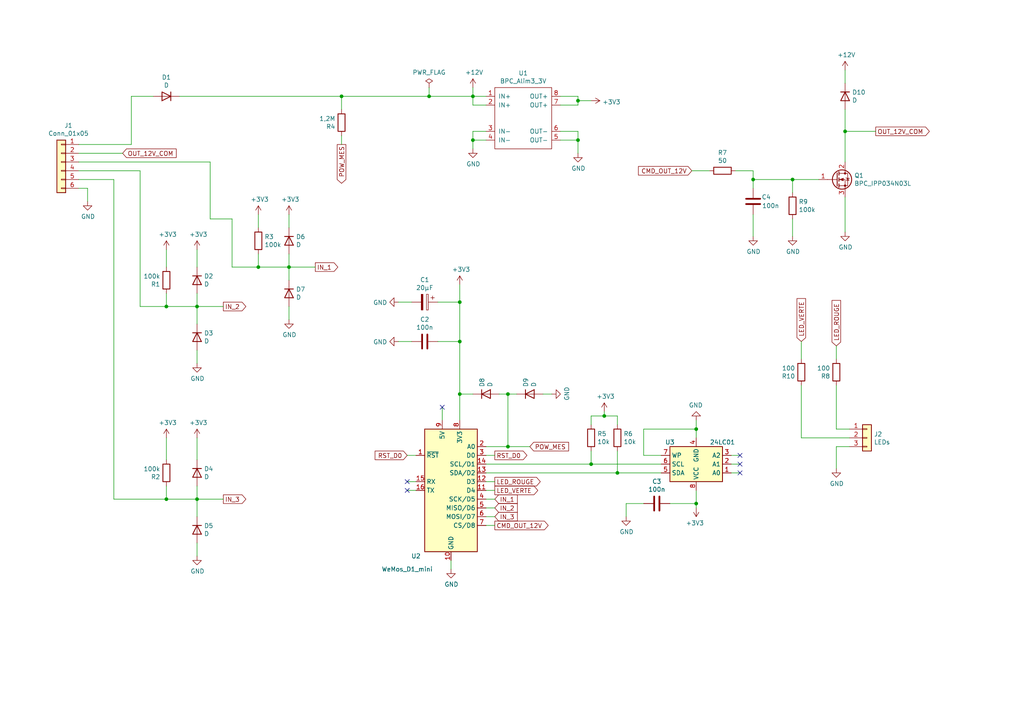
<source format=kicad_sch>
(kicad_sch (version 20230121) (generator eeschema)
  (paper "A4")
  (title_block (title "Carte Wifi I/O") (date "2024-05-01") (rev "Rev C0") (company "BPC") (comment 2 "(Alim interne arduino en 3.3V)") (comment 3 "Alim 12V (mesurée) - EEPROM - 2 LEDs") (comment 4 "1 sortie 12V collecteur ouvert - 3 entrées TOR"))
  (lib_symbols
    (symbol "Connector_Generic:Conn_01x03" (pin_names (offset 1.016) hide)
      (property "Reference" "J" (at 0 5.08 0))
      (property "Value" "Conn_01x03" (at 0 -5.08 0))
      (symbol "Conn_01x03_1_1"
        (rectangle (start -1.27 -2.413) (end 0 -2.667) (stroke (width 0.1524)))
        (rectangle (start -1.27 0.127) (end 0 -0.127) (stroke (width 0.1524)))
        (rectangle (start -1.27 2.667) (end 0 2.413) (stroke (width 0.1524)))
        (rectangle (start -1.27 3.81) (end 1.27 -3.81) (stroke (width 0.254)) (fill (type background)))
        (pin passive line (at -5.08 2.54 0) (length 3.81) (name "Pin_1") (number "1"))
        (pin passive line (at -5.08 0 0) (length 3.81) (name "Pin_2") (number "2"))
        (pin passive line (at -5.08 -2.54 0) (length 3.81) (name "Pin_3") (number "3"))
      )
    )
    (symbol "Connector_Generic:Conn_01x06" (pin_names (offset 1.016) hide)
      (property "Reference" "J" (at 0 7.62 0))
      (property "Value" "Conn_01x06" (at 0 -10.16 0))
      (symbol "Conn_01x06_1_1"
        (rectangle (start -1.27 -7.493) (end 0 -7.747) (stroke (width 0.1524)))
        (rectangle (start -1.27 -4.953) (end 0 -5.207) (stroke (width 0.1524)))
        (rectangle (start -1.27 -2.413) (end 0 -2.667) (stroke (width 0.1524)))
        (rectangle (start -1.27 0.127) (end 0 -0.127) (stroke (width 0.1524)))
        (rectangle (start -1.27 2.667) (end 0 2.413) (stroke (width 0.1524)))
        (rectangle (start -1.27 5.207) (end 0 4.953) (stroke (width 0.1524)))
        (rectangle (start -1.27 6.35) (end 1.27 -8.89) (stroke (width 0.254)) (fill (type background)))
        (pin passive line (at -5.08 5.08 0) (length 3.81) (name "Pin_1") (number "1"))
        (pin passive line (at -5.08 2.54 0) (length 3.81) (name "Pin_2") (number "2"))
        (pin passive line (at -5.08 0 0) (length 3.81) (name "Pin_3") (number "3"))
        (pin passive line (at -5.08 -2.54 0) (length 3.81) (name "Pin_4") (number "4"))
        (pin passive line (at -5.08 -5.08 0) (length 3.81) (name "Pin_5") (number "5"))
        (pin passive line (at -5.08 -7.62 0) (length 3.81) (name "Pin_6") (number "6"))
      )
    )
    (symbol "Device:C" (pin_numbers hide) (pin_names (offset 0.254))
      (property "Reference" "C" (at 0.635 2.54 0))
      (property "Value" "C" (at 0.635 -2.54 0))
      (symbol "C_0_1"
        (polyline (pts (xy -2.032 -0.762) (xy 2.032 -0.762)) (stroke (width 0.508)))
        (polyline (pts (xy -2.032 0.762) (xy 2.032 0.762)) (stroke (width 0.508)))
      )
      (symbol "C_1_1"
        (pin passive line (at 0 3.81 270) (length 2.794) (name "~") (number "1"))
        (pin passive line (at 0 -3.81 90) (length 2.794) (name "~") (number "2"))
      )
    )
    (symbol "Device:D" (pin_numbers hide) (pin_names (offset 1.016) hide)
      (property "Reference" "D" (at 0 2.54 0))
      (property "Value" "D" (at 0 -2.54 0))
      (symbol "D_0_1"
        (polyline (pts (xy -1.27 1.27) (xy -1.27 -1.27)) (stroke (width 0.254)))
        (polyline (pts (xy 1.27 0) (xy -1.27 0)))
        (polyline (pts (xy 1.27 1.27) (xy 1.27 -1.27) (xy -1.27 0) (xy 1.27 1.27)) (stroke (width 0.254)))
      )
      (symbol "D_1_1"
        (pin passive line (at -3.81 0 0) (length 2.54) (name "K") (number "1"))
        (pin passive line (at 3.81 0 180) (length 2.54) (name "A") (number "2"))
      )
    )
    (symbol "Device:R" (pin_numbers hide) (pin_names (offset 0))
      (property "Reference" "R" (at 2.032 0 90))
      (property "Value" "R" (at 0 0 90))
      (symbol "R_0_1"
        (rectangle (start -1.016 -2.54) (end 1.016 2.54) (stroke (width 0.254)))
      )
      (symbol "R_1_1"
        (pin passive line (at 0 3.81 270) (length 1.27) (name "~") (number "1"))
        (pin passive line (at 0 -3.81 90) (length 1.27) (name "~") (number "2"))
      )
    )
    (symbol "MCU_Module:WeMos_D1_mini"
      (property "Reference" "U" (at 3.81 19.05 0))
      (property "Value" "WeMos_D1_mini" (at 1.27 -19.05 0))
      (symbol "WeMos_D1_mini_1_1"
        (rectangle (start -7.62 17.78) (end 7.62 -17.78) (stroke (width 0.254)) (fill (type background)))
        (pin input line (at -10.16 10.16 0) (length 2.54) (name "~{RST}") (number "1"))
        (pin power_in line (at 0 -20.32 90) (length 2.54) (name "GND") (number "10"))
        (pin bidirectional line (at 10.16 0 180) (length 2.54) (name "D4") (number "11"))
        (pin bidirectional line (at 10.16 2.54 180) (length 2.54) (name "D3") (number "12"))
        (pin bidirectional line (at 10.16 5.08 180) (length 2.54) (name "SDA/D2") (number "13"))
        (pin bidirectional line (at 10.16 7.62 180) (length 2.54) (name "SCL/D1") (number "14"))
        (pin input line (at -10.16 2.54 0) (length 2.54) (name "RX") (number "15"))
        (pin output line (at -10.16 0 0) (length 2.54) (name "TX") (number "16"))
        (pin input line (at 10.16 12.7 180) (length 2.54) (name "A0") (number "2"))
        (pin bidirectional line (at 10.16 10.16 180) (length 2.54) (name "D0") (number "3"))
        (pin bidirectional line (at 10.16 -2.54 180) (length 2.54) (name "SCK/D5") (number "4"))
        (pin bidirectional line (at 10.16 -5.08 180) (length 2.54) (name "MISO/D6") (number "5"))
        (pin bidirectional line (at 10.16 -7.62 180) (length 2.54) (name "MOSI/D7") (number "6"))
        (pin bidirectional line (at 10.16 -10.16 180) (length 2.54) (name "CS/D8") (number "7"))
        (pin power_out line (at 2.54 20.32 270) (length 2.54) (name "3V3") (number "8"))
        (pin power_in line (at -2.54 20.32 270) (length 2.54) (name "5V") (number "9"))
      )
    )
    (symbol "Memory_EEPROM:24LC01"
      (property "Reference" "U" (at -6.35 6.35 0))
      (property "Value" "24LC01" (at 1.27 6.35 0))
      (symbol "24LC01_1_1"
        (rectangle (start -7.62 5.08) (end 7.62 -5.08) (stroke (width 0.254)) (fill (type background)))
        (pin input line (at -10.16 2.54 0) (length 2.54) (name "A0") (number "1"))
        (pin input line (at -10.16 0 0) (length 2.54) (name "A1") (number "2"))
        (pin input line (at -10.16 -2.54 0) (length 2.54) (name "A2") (number "3"))
        (pin power_in line (at 0 -7.62 90) (length 2.54) (name "GND") (number "4"))
        (pin bidirectional line (at 10.16 2.54 180) (length 2.54) (name "SDA") (number "5"))
        (pin input line (at 10.16 0 180) (length 2.54) (name "SCL") (number "6"))
        (pin input line (at 10.16 -2.54 180) (length 2.54) (name "WP") (number "7"))
        (pin power_in line (at 0 7.62 270) (length 2.54) (name "VCC") (number "8"))
      )
    )
    (symbol "bpc:BPC_Alim3_3V" (pin_names (offset 1.016))
      (property "Reference" "U" (at 6.35 6.35 0))
      (property "Value" "BPC_Alim3_3V" (at 11.43 3.81 0))
      (symbol "BPC_Alim3_3V_0_1"
        (rectangle (start 0 2.54) (end 16.51 -15.24))
      )
      (symbol "BPC_Alim3_3V_1_1"
        (pin power_in line (at -2.54 0 0) (length 2.54) (name "IN+") (number "1"))
        (pin power_in line (at -2.54 -2.54 0) (length 2.54) (name "IN+") (number "2"))
        (pin power_in line (at -2.54 -10.16 0) (length 2.54) (name "IN-") (number "3"))
        (pin power_in line (at -2.54 -12.7 0) (length 2.54) (name "IN-") (number "4"))
        (pin power_out line (at 19.05 -12.7 180) (length 2.54) (name "OUT-") (number "5"))
        (pin passive line (at 19.05 -10.16 180) (length 2.54) (name "OUT-") (number "6"))
        (pin passive line (at 19.05 -2.54 180) (length 2.54) (name "OUT+") (number "7"))
        (pin power_out line (at 19.05 0 180) (length 2.54) (name "OUT+") (number "8"))
      )
    )
    (symbol "bpc:BPC_IPP034N03L" (pin_names (offset 0) hide)
      (property "Reference" "Q" (at 5.08 1.27 0))
      (property "Value" "BPC_IPP034N03L" (at 5.08 -1.27 0))
      (symbol "BPC_IPP034N03L_0_1"
        (polyline (pts (xy 0.254 0) (xy -2.54 0)))
        (polyline (pts (xy 0.254 1.905) (xy 0.254 -1.905)) (stroke (width 0.254)))
        (polyline (pts (xy 0.762 -1.27) (xy 0.762 -2.286)) (stroke (width 0.254)))
        (polyline (pts (xy 0.762 0.508) (xy 0.762 -0.508)) (stroke (width 0.254)))
        (polyline (pts (xy 0.762 2.286) (xy 0.762 1.27)) (stroke (width 0.254)))
        (polyline (pts (xy 2.54 2.54) (xy 2.54 1.778)))
        (polyline (pts (xy 2.54 -2.54) (xy 2.54 0) (xy 0.762 0)))
        (polyline (pts (xy 0.762 -1.778) (xy 3.302 -1.778) (xy 3.302 1.778) (xy 0.762 1.778)))
        (polyline (pts (xy 1.016 0) (xy 2.032 0.381) (xy 2.032 -0.381) (xy 1.016 0)) (fill (type outline)))
        (polyline (pts (xy 2.794 0.508) (xy 2.921 0.381) (xy 3.683 0.381) (xy 3.81 0.254)))
        (polyline (pts (xy 3.302 0.381) (xy 2.921 -0.254) (xy 3.683 -0.254) (xy 3.302 0.381)))
        (circle (center 1.651 0) (radius 2.794) (stroke (width 0.254)))
        (circle (center 2.54 -1.778) (radius 0.254) (fill (type outline)))
        (circle (center 2.54 1.778) (radius 0.254) (fill (type outline)))
      )
      (symbol "BPC_IPP034N03L_1_1"
        (pin input line (at -5.08 0 0) (length 2.54) (name "G") (number "1"))
        (pin passive line (at 2.54 5.08 270) (length 2.54) (name "D") (number "2"))
        (pin passive line (at 2.54 -5.08 90) (length 2.54) (name "S") (number "3"))
      )
    )
    (symbol "jard_wemos-rescue:+3.3V-power" (power) (pin_names (offset 0))
      (property "Value" "+3.3V-power" (at 0 3.556 0))
      (symbol "+3.3V-power_0_1"
        (polyline (pts (xy -0.762 1.27) (xy 0 2.54)))
        (polyline (pts (xy 0 0) (xy 0 2.54)))
        (polyline (pts (xy 0 2.54) (xy 0.762 1.27)))
      )
      (symbol "+3.3V-power_1_1"
        (pin power_in line (at 0 0 90) (length 0) hide (name "+3V3") (number "1"))
      )
    )
    (symbol "jard_wemos-rescue:CP-Device" (pin_numbers hide) (pin_names (offset 0.254))
      (property "Reference" "C" (at 0.635 2.54 0))
      (property "Value" "Device_CP" (at 0.635 -2.54 0))
      (symbol "CP-Device_0_1"
        (rectangle (start -2.286 0.508) (end 2.286 1.016))
        (polyline (pts (xy -1.778 2.286) (xy -0.762 2.286)))
        (polyline (pts (xy -1.27 2.794) (xy -1.27 1.778)))
        (rectangle (start 2.286 -0.508) (end -2.286 -1.016) (fill (type outline)))
      )
      (symbol "CP-Device_1_1"
        (pin passive line (at 0 3.81 270) (length 2.794) (name "~") (number "1"))
        (pin passive line (at 0 -3.81 90) (length 2.794) (name "~") (number "2"))
      )
    )
    (symbol "power:+12V" (power) (pin_names (offset 0))
      (property "Value" "+12V" (at 0 3.556 0))
      (symbol "+12V_0_1"
        (polyline (pts (xy -0.762 1.27) (xy 0 2.54)))
        (polyline (pts (xy 0 0) (xy 0 2.54)))
        (polyline (pts (xy 0 2.54) (xy 0.762 1.27)))
      )
      (symbol "+12V_1_1"
        (pin power_in line (at 0 0 90) (length 0) hide (name "+12V") (number "1"))
      )
    )
    (symbol "power:GND" (power) (pin_names (offset 0))
      (property "Value" "GND" (at 0 -3.81 0))
      (symbol "GND_0_1"
        (polyline (pts (xy 0 0) (xy 0 -1.27) (xy 1.27 -1.27) (xy 0 -2.54) (xy -1.27 -1.27) (xy 0 -1.27)))
      )
      (symbol "GND_1_1"
        (pin power_in line (at 0 0 270) (length 0) hide (name "GND") (number "1"))
      )
    )
    (symbol "power:PWR_FLAG" (power) (pin_numbers hide) (pin_names (offset 0) hide)
      (property "Value" "PWR_FLAG" (at 0 3.81 0))
      (symbol "PWR_FLAG_0_0"
        (pin power_out line (at 0 0 90) (length 0) (name "pwr") (number "1"))
      )
      (symbol "PWR_FLAG_0_1"
        (polyline (pts (xy 0 0) (xy 0 1.27) (xy -1.016 1.905) (xy 0 2.54) (xy 1.016 1.905) (xy 0 1.27)))
      )
    )
  )
  (junction (at 133.35 114.3))
  (junction (at 201.93 124.46))
  (junction (at 167.64 29.21))
  (junction (at 57.15 88.9))
  (junction (at 48.26 144.78))
  (junction (at 147.32 114.3))
  (junction (at 201.93 146.05))
  (junction (at 48.26 88.9))
  (junction (at 167.64 40.64))
  (junction (at 229.87 52.07))
  (junction (at 99.06 27.94))
  (junction (at 175.26 120.65))
  (junction (at 218.44 52.07))
  (junction (at 124.46 27.94))
  (junction (at 133.35 87.63))
  (junction (at 245.11 38.1))
  (junction (at 137.16 40.64))
  (junction (at 133.35 99.06))
  (junction (at 147.32 129.54))
  (junction (at 171.45 134.62))
  (junction (at 74.93 77.47))
  (junction (at 83.82 77.47))
  (junction (at 57.15 144.78))
  (junction (at 137.16 27.94))
  (junction (at 179.07 137.16))
  (no_connect (at 118.11 139.7))
  (no_connect (at 214.63 137.16))
  (no_connect (at 118.11 142.24))
  (no_connect (at 214.63 134.62))
  (no_connect (at 128.27 118.11))
  (no_connect (at 214.63 132.08))
  (wire (pts (xy 119.38 87.63) (xy 115.57 87.63)))
  (wire (pts (xy 147.32 129.54) (xy 147.32 114.3)))
  (wire (pts (xy 167.64 38.1) (xy 167.64 40.64)))
  (wire (pts (xy 48.26 72.39) (xy 48.26 77.47)))
  (wire (pts (xy 171.45 123.19) (xy 171.45 120.65)))
  (wire (pts (xy 171.45 130.81) (xy 171.45 134.62)))
  (wire (pts (xy 140.97 147.32) (xy 143.51 147.32)))
  (wire (pts (xy 137.16 30.48) (xy 137.16 27.94)))
  (wire (pts (xy 99.06 41.91) (xy 99.06 39.37)))
  (wire (pts (xy 137.16 38.1) (xy 137.16 40.64)))
  (wire (pts (xy 128.27 118.11) (xy 128.27 121.92)))
  (wire (pts (xy 22.86 41.91) (xy 38.1 41.91)))
  (wire (pts (xy 212.09 137.16) (xy 214.63 137.16)))
  (wire (pts (xy 83.82 66.04) (xy 83.82 62.23)))
  (wire (pts (xy 232.41 99.06) (xy 232.41 104.14)))
  (wire (pts (xy 99.06 27.94) (xy 124.46 27.94)))
  (wire (pts (xy 140.97 149.86) (xy 143.51 149.86)))
  (wire (pts (xy 140.97 38.1) (xy 137.16 38.1)))
  (wire (pts (xy 130.81 165.1) (xy 130.81 162.56)))
  (wire (pts (xy 140.97 142.24) (xy 143.51 142.24)))
  (wire (pts (xy 48.26 133.35) (xy 48.26 127)))
  (wire (pts (xy 171.45 29.21) (xy 167.64 29.21)))
  (wire (pts (xy 218.44 52.07) (xy 218.44 49.53)))
  (wire (pts (xy 175.26 120.65) (xy 175.26 119.38)))
  (wire (pts (xy 67.31 63.5) (xy 67.31 77.47)))
  (wire (pts (xy 246.38 127) (xy 232.41 127)))
  (wire (pts (xy 140.97 152.4) (xy 143.51 152.4)))
  (wire (pts (xy 57.15 144.78) (xy 57.15 140.97)))
  (wire (pts (xy 60.96 46.99) (xy 60.96 63.5)))
  (wire (pts (xy 213.36 49.53) (xy 218.44 49.53)))
  (wire (pts (xy 57.15 88.9) (xy 57.15 93.98)))
  (wire (pts (xy 242.57 129.54) (xy 246.38 129.54)))
  (wire (pts (xy 218.44 54.61) (xy 218.44 52.07)))
  (wire (pts (xy 140.97 132.08) (xy 143.51 132.08)))
  (wire (pts (xy 48.26 140.97) (xy 48.26 144.78)))
  (wire (pts (xy 133.35 99.06) (xy 133.35 114.3)))
  (wire (pts (xy 48.26 88.9) (xy 57.15 88.9)))
  (wire (pts (xy 25.4 54.61) (xy 25.4 58.42)))
  (wire (pts (xy 162.56 38.1) (xy 167.64 38.1)))
  (wire (pts (xy 137.16 27.94) (xy 140.97 27.94)))
  (wire (pts (xy 245.11 31.75) (xy 245.11 38.1)))
  (wire (pts (xy 137.16 27.94) (xy 137.16 25.4)))
  (wire (pts (xy 133.35 114.3) (xy 133.35 121.92)))
  (wire (pts (xy 57.15 161.29) (xy 57.15 157.48)))
  (wire (pts (xy 91.44 77.47) (xy 83.82 77.47)))
  (wire (pts (xy 167.64 27.94) (xy 167.64 29.21)))
  (wire (pts (xy 245.11 20.32) (xy 245.11 24.13)))
  (wire (pts (xy 140.97 30.48) (xy 137.16 30.48)))
  (wire (pts (xy 201.93 124.46) (xy 201.93 127)))
  (wire (pts (xy 118.11 132.08) (xy 120.65 132.08)))
  (wire (pts (xy 22.86 49.53) (xy 40.64 49.53)))
  (wire (pts (xy 181.61 146.05) (xy 186.69 146.05)))
  (wire (pts (xy 232.41 111.76) (xy 232.41 127)))
  (wire (pts (xy 40.64 88.9) (xy 48.26 88.9)))
  (wire (pts (xy 67.31 77.47) (xy 74.93 77.47)))
  (wire (pts (xy 74.93 66.04) (xy 74.93 62.23)))
  (wire (pts (xy 162.56 30.48) (xy 167.64 30.48)))
  (wire (pts (xy 60.96 63.5) (xy 67.31 63.5)))
  (wire (pts (xy 48.26 144.78) (xy 57.15 144.78)))
  (wire (pts (xy 167.64 29.21) (xy 167.64 30.48)))
  (wire (pts (xy 57.15 88.9) (xy 64.77 88.9)))
  (wire (pts (xy 40.64 49.53) (xy 40.64 88.9)))
  (wire (pts (xy 242.57 100.33) (xy 242.57 104.14)))
  (wire (pts (xy 245.11 67.31) (xy 245.11 57.15)))
  (wire (pts (xy 133.35 82.55) (xy 133.35 87.63)))
  (wire (pts (xy 99.06 31.75) (xy 99.06 27.94)))
  (wire (pts (xy 52.07 27.94) (xy 99.06 27.94)))
  (wire (pts (xy 115.57 99.06) (xy 119.38 99.06)))
  (wire (pts (xy 48.26 85.09) (xy 48.26 88.9)))
  (wire (pts (xy 254 38.1) (xy 245.11 38.1)))
  (wire (pts (xy 246.38 124.46) (xy 242.57 124.46)))
  (wire (pts (xy 229.87 63.5) (xy 229.87 68.58)))
  (wire (pts (xy 83.82 88.9) (xy 83.82 92.71)))
  (wire (pts (xy 140.97 137.16) (xy 179.07 137.16)))
  (wire (pts (xy 74.93 73.66) (xy 74.93 77.47)))
  (wire (pts (xy 162.56 27.94) (xy 167.64 27.94)))
  (wire (pts (xy 242.57 111.76) (xy 242.57 124.46)))
  (wire (pts (xy 120.65 139.7) (xy 118.11 139.7)))
  (wire (pts (xy 140.97 129.54) (xy 147.32 129.54)))
  (wire (pts (xy 144.78 114.3) (xy 147.32 114.3)))
  (wire (pts (xy 179.07 120.65) (xy 179.07 123.19)))
  (wire (pts (xy 118.11 142.24) (xy 120.65 142.24)))
  (wire (pts (xy 137.16 40.64) (xy 137.16 43.18)))
  (wire (pts (xy 124.46 25.4) (xy 124.46 27.94)))
  (wire (pts (xy 201.93 147.32) (xy 201.93 146.05)))
  (wire (pts (xy 186.69 124.46) (xy 201.93 124.46)))
  (wire (pts (xy 186.69 132.08) (xy 186.69 124.46)))
  (wire (pts (xy 175.26 120.65) (xy 179.07 120.65)))
  (wire (pts (xy 25.4 54.61) (xy 22.86 54.61)))
  (wire (pts (xy 160.02 114.3) (xy 157.48 114.3)))
  (wire (pts (xy 83.82 77.47) (xy 83.82 81.28)))
  (wire (pts (xy 229.87 52.07) (xy 218.44 52.07)))
  (wire (pts (xy 57.15 144.78) (xy 64.77 144.78)))
  (wire (pts (xy 140.97 144.78) (xy 143.51 144.78)))
  (wire (pts (xy 57.15 133.35) (xy 57.15 127)))
  (wire (pts (xy 57.15 105.41) (xy 57.15 101.6)))
  (wire (pts (xy 201.93 146.05) (xy 201.93 142.24)))
  (wire (pts (xy 212.09 132.08) (xy 214.63 132.08)))
  (wire (pts (xy 181.61 149.86) (xy 181.61 146.05)))
  (wire (pts (xy 124.46 27.94) (xy 137.16 27.94)))
  (wire (pts (xy 162.56 40.64) (xy 167.64 40.64)))
  (wire (pts (xy 22.86 46.99) (xy 60.96 46.99)))
  (wire (pts (xy 22.86 44.45) (xy 35.56 44.45)))
  (wire (pts (xy 38.1 27.94) (xy 38.1 41.91)))
  (wire (pts (xy 147.32 129.54) (xy 153.67 129.54)))
  (wire (pts (xy 133.35 87.63) (xy 133.35 99.06)))
  (wire (pts (xy 171.45 134.62) (xy 140.97 134.62)))
  (wire (pts (xy 33.02 144.78) (xy 48.26 144.78)))
  (wire (pts (xy 194.31 146.05) (xy 201.93 146.05)))
  (wire (pts (xy 57.15 77.47) (xy 57.15 72.39)))
  (wire (pts (xy 242.57 135.89) (xy 242.57 129.54)))
  (wire (pts (xy 127 99.06) (xy 133.35 99.06)))
  (wire (pts (xy 57.15 88.9) (xy 57.15 85.09)))
  (wire (pts (xy 74.93 77.47) (xy 83.82 77.47)))
  (wire (pts (xy 137.16 114.3) (xy 133.35 114.3)))
  (wire (pts (xy 167.64 40.64) (xy 167.64 44.45)))
  (wire (pts (xy 179.07 130.81) (xy 179.07 137.16)))
  (wire (pts (xy 201.93 121.92) (xy 201.93 124.46)))
  (wire (pts (xy 147.32 114.3) (xy 149.86 114.3)))
  (wire (pts (xy 229.87 52.07) (xy 229.87 55.88)))
  (wire (pts (xy 38.1 27.94) (xy 44.45 27.94)))
  (wire (pts (xy 83.82 77.47) (xy 83.82 73.66)))
  (wire (pts (xy 179.07 137.16) (xy 191.77 137.16)))
  (wire (pts (xy 140.97 40.64) (xy 137.16 40.64)))
  (wire (pts (xy 22.86 52.07) (xy 33.02 52.07)))
  (wire (pts (xy 171.45 120.65) (xy 175.26 120.65)))
  (wire (pts (xy 191.77 134.62) (xy 171.45 134.62)))
  (wire (pts (xy 245.11 38.1) (xy 245.11 46.99)))
  (wire (pts (xy 191.77 132.08) (xy 186.69 132.08)))
  (wire (pts (xy 218.44 68.58) (xy 218.44 62.23)))
  (wire (pts (xy 229.87 52.07) (xy 237.49 52.07)))
  (wire (pts (xy 140.97 139.7) (xy 143.51 139.7)))
  (wire (pts (xy 127 87.63) (xy 133.35 87.63)))
  (wire (pts (xy 57.15 144.78) (xy 57.15 149.86)))
  (wire (pts (xy 205.74 49.53) (xy 200.66 49.53)))
  (wire (pts (xy 33.02 52.07) (xy 33.02 144.78)))
  (wire (pts (xy 212.09 134.62) (xy 214.63 134.62)))
  (global_label "LED_ROUGE" (shape output) (at 143.51 139.7 0) (property "Intersheetrefs" "${INTERSHEET_REFS}" (effects hide)))
  (global_label "CMD_OUT_12V" (shape input) (at 200.66 49.53 180) (property "Intersheetrefs" "${INTERSHEET_REFS}" (effects hide)))
  (global_label "POW_MES" (shape output) (at 99.06 41.91 270) (property "Intersheetrefs" "${INTERSHEET_REFS}" (effects hide)))
  (global_label "RST_D0" (shape output) (at 143.51 132.08 0) (property "Intersheetrefs" "${INTERSHEET_REFS}" (effects hide)))
  (global_label "RST_D0" (shape input) (at 118.11 132.08 180) (property "Intersheetrefs" "${INTERSHEET_REFS}" (effects hide)))
  (global_label "IN_3" (shape output) (at 64.77 144.78 0) (property "Intersheetrefs" "${INTERSHEET_REFS}" (effects hide)))
  (global_label "CMD_OUT_12V" (shape output) (at 143.51 152.4 0) (property "Intersheetrefs" "${INTERSHEET_REFS}" (effects hide)))
  (global_label "POW_MES" (shape input) (at 153.67 129.54 0) (property "Intersheetrefs" "${INTERSHEET_REFS}" (effects hide)))
  (global_label "IN_2" (shape output) (at 64.77 88.9 0) (property "Intersheetrefs" "${INTERSHEET_REFS}" (effects hide)))
  (global_label "OUT_12V_COM" (shape output) (at 254 38.1 0) (property "Intersheetrefs" "${INTERSHEET_REFS}" (effects hide)))
  (global_label "LED_ROUGE" (shape input) (at 242.57 100.33 90) (property "Intersheetrefs" "${INTERSHEET_REFS}" (effects hide)))
  (global_label "LED_VERTE" (shape output) (at 143.51 142.24 0) (property "Intersheetrefs" "${INTERSHEET_REFS}" (effects hide)))
  (global_label "IN_2" (shape input) (at 143.51 147.32 0) (property "Intersheetrefs" "${INTERSHEET_REFS}" (effects hide)))
  (global_label "IN_1" (shape input) (at 143.51 144.78 0) (property "Intersheetrefs" "${INTERSHEET_REFS}" (effects hide)))
  (global_label "LED_VERTE" (shape input) (at 232.41 99.06 90) (property "Intersheetrefs" "${INTERSHEET_REFS}" (effects hide)))
  (global_label "IN_3" (shape input) (at 143.51 149.86 0) (property "Intersheetrefs" "${INTERSHEET_REFS}" (effects hide)))
  (global_label "IN_1" (shape output) (at 91.44 77.47 0) (property "Intersheetrefs" "${INTERSHEET_REFS}" (effects hide)))
  (global_label "OUT_12V_COM" (shape input) (at 35.56 44.45 0) (property "Intersheetrefs" "${INTERSHEET_REFS}" (effects hide)))
  (symbol (lib_id "MCU_Module:WeMos_D1_mini") (at 130.81 142.24 0) (unit 1)
    (property "Reference" "U2" (at 120.65 161.29 0))
    (property "Value" "WeMos_D1_mini" (at 118.11 165.1 0))
    (property "Footprint" "Module:WEMOS_D1_mini_light" (effects hide))
    (property "Datasheet" "https://wiki.wemos.cc/products:d1:d1_mini#documentation" (effects hide))
  )
  (symbol (lib_id "power:GND") (at 137.16 43.18 0) (unit 1)
    (property "Reference" "#PWR014" (effects hide))
    (property "Value" "GND" (at 137.287 47.5742 0))
  )
  (symbol (lib_id "power:+12V") (at 137.16 25.4 0) (unit 1)
    (property "Reference" "#PWR013" (effects hide))
    (property "Value" "+12V" (at 137.541 21.0058 0))
  )
  (symbol (lib_id "Device:R") (at 229.87 59.69 0) (unit 1)
    (property "Reference" "R9" (at 231.648 58.5216 0) (effects (justify left)))
    (property "Value" "100k" (at 231.648 60.833 0) (effects (justify left)))
    (property "Footprint" "Resistor_THT:R_Axial_DIN0207_L6.3mm_D2.5mm_P2.54mm_Vertical" (effects hide))
  )
  (symbol (lib_id "Device:R") (at 209.55 49.53 270) (unit 1)
    (property "Reference" "R7" (at 209.55 44.2722 90))
    (property "Value" "50" (at 209.55 46.5836 90))
    (property "Footprint" "Resistor_THT:R_Axial_DIN0207_L6.3mm_D2.5mm_P2.54mm_Vertical" (effects hide))
  )
  (symbol (lib_id "power:GND") (at 245.11 67.31 0) (unit 1)
    (property "Reference" "#PWR026" (effects hide))
    (property "Value" "GND" (at 245.237 71.7042 0))
  )
  (symbol (lib_id "power:GND") (at 130.81 165.1 0) (unit 1)
    (property "Reference" "#PWR016" (effects hide))
    (property "Value" "GND" (at 130.937 169.4942 0))
  )
  (symbol (lib_id "Connector_Generic:Conn_01x06") (at 17.78 46.99 0) (mirror y) (unit 1)
    (property "Reference" "J1" (at 19.8628 36.3982 0))
    (property "Value" "Conn_01x05" (at 19.8628 38.7096 0))
    (property "Footprint" "TerminalBlock_Phoenix:TerminalBlock_Phoenix_MPT-0,5-6-2.54_1x06_P2.54mm_Horizontal" (effects hide))
  )
  (symbol (lib_id "Memory_EEPROM:24LC01") (at 201.93 134.62 180) (unit 1)
    (property "Reference" "U3" (at 194.31 128.27 0))
    (property "Value" "24LC01" (at 209.55 128.27 0))
    (property "Footprint" "Package_DIP:DIP-8_W7.62mm" (effects hide))
    (property "Datasheet" "http://ww1.microchip.com/downloads/en/DeviceDoc/21711J.pdf" (effects hide))
  )
  (symbol (lib_id "power:GND") (at 201.93 121.92 180) (unit 1)
    (property "Reference" "#PWR023" (effects hide))
    (property "Value" "GND" (at 201.803 117.5258 0))
  )
  (symbol (lib_id "jard_wemos-rescue:+3.3V-power") (at 201.93 147.32 180) (unit 1)
    (property "Reference" "#PWR024" (effects hide))
    (property "Value" "+3.3V" (at 201.549 151.7142 0))
  )
  (symbol (lib_id "power:GND") (at 25.4 58.42 0) (unit 1)
    (property "Reference" "#PWR01" (effects hide))
    (property "Value" "GND" (at 25.527 62.8142 0))
  )
  (symbol (lib_id "Device:R") (at 48.26 81.28 180) (unit 1)
    (property "Reference" "R1" (at 46.482 82.4484 0) (effects (justify left)))
    (property "Value" "100k" (at 46.482 80.137 0) (effects (justify left)))
    (property "Footprint" "Resistor_THT:R_Axial_DIN0207_L6.3mm_D2.5mm_P2.54mm_Vertical" (effects hide))
  )
  (symbol (lib_id "Device:D") (at 48.26 27.94 180) (unit 1)
    (property "Reference" "D1" (at 48.26 22.4282 0))
    (property "Value" "D" (at 48.26 24.7396 0))
    (property "Footprint" "Diode_THT:D_A-405_P2.54mm_Vertical_KathodeUp" (effects hide))
  )
  (symbol (lib_id "power:GND") (at 167.64 44.45 0) (unit 1)
    (property "Reference" "#PWR017" (effects hide))
    (property "Value" "GND" (at 167.767 48.8442 0))
  )
  (symbol (lib_id "jard_wemos-rescue:+3.3V-power") (at 171.45 29.21 270) (unit 1)
    (property "Reference" "#PWR018" (effects hide))
    (property "Value" "+3.3V" (at 174.7012 29.591 90) (effects (justify left)))
  )
  (symbol (lib_id "Device:D") (at 57.15 81.28 270) (unit 1)
    (property "Reference" "D2" (at 59.182 80.1116 90) (effects (justify left)))
    (property "Value" "D" (at 59.182 82.423 90) (effects (justify left)))
    (property "Footprint" "Diode_THT:D_A-405_P2.54mm_Vertical_KathodeUp" (effects hide))
  )
  (symbol (lib_id "Device:D") (at 57.15 97.79 270) (unit 1)
    (property "Reference" "D3" (at 59.182 96.6216 90) (effects (justify left)))
    (property "Value" "D" (at 59.182 98.933 90) (effects (justify left)))
    (property "Footprint" "Diode_THT:D_A-405_P2.54mm_Vertical_KathodeUp" (effects hide))
  )
  (symbol (lib_id "power:GND") (at 57.15 105.41 0) (unit 1)
    (property "Reference" "#PWR05" (effects hide))
    (property "Value" "GND" (at 57.277 109.8042 0))
  )
  (symbol (lib_id "Device:C") (at 218.44 58.42 0) (unit 1)
    (property "Reference" "C4" (at 222.25 57.15 0))
    (property "Value" "100n" (at 223.52 59.69 0))
    (property "Footprint" "Capacitor_THT:C_Disc_D3.0mm_W2.0mm_P2.50mm" (effects hide))
  )
  (symbol (lib_id "power:GND") (at 218.44 68.58 0) (unit 1)
    (property "Reference" "#PWR022" (effects hide))
    (property "Value" "GND" (at 218.567 72.9742 0))
  )
  (symbol (lib_id "Device:R") (at 232.41 107.95 180) (unit 1)
    (property "Reference" "R10" (at 230.632 109.1184 0) (effects (justify left)))
    (property "Value" "100" (at 230.632 106.807 0) (effects (justify left)))
    (property "Footprint" "Resistor_THT:R_Axial_DIN0207_L6.3mm_D2.5mm_P2.54mm_Vertical" (effects hide))
  )
  (symbol (lib_id "Device:R") (at 179.07 127 0) (unit 1)
    (property "Reference" "R6" (at 180.848 125.8316 0) (effects (justify left)))
    (property "Value" "10k" (at 180.848 128.143 0) (effects (justify left)))
    (property "Footprint" "Resistor_THT:R_Axial_DIN0207_L6.3mm_D2.5mm_P2.54mm_Vertical" (effects hide))
  )
  (symbol (lib_id "power:GND") (at 242.57 135.89 0) (unit 1)
    (property "Reference" "#PWR029" (effects hide))
    (property "Value" "GND" (at 242.697 140.2842 0))
  )
  (symbol (lib_id "Device:R") (at 171.45 127 0) (unit 1)
    (property "Reference" "R5" (at 173.228 125.8316 0) (effects (justify left)))
    (property "Value" "10k" (at 173.228 128.143 0) (effects (justify left)))
    (property "Footprint" "Resistor_THT:R_Axial_DIN0207_L6.3mm_D2.5mm_P2.54mm_Vertical" (effects hide))
  )
  (symbol (lib_id "Device:R") (at 74.93 69.85 0) (unit 1)
    (property "Reference" "R3" (at 76.708 68.6816 0) (effects (justify left)))
    (property "Value" "100k" (at 76.708 70.993 0) (effects (justify left)))
    (property "Footprint" "Resistor_THT:R_Axial_DIN0207_L6.3mm_D2.5mm_P2.54mm_Vertical" (effects hide))
  )
  (symbol (lib_id "Device:D") (at 83.82 69.85 270) (unit 1)
    (property "Reference" "D6" (at 85.852 68.6816 90) (effects (justify left)))
    (property "Value" "D" (at 85.852 70.993 90) (effects (justify left)))
    (property "Footprint" "Diode_THT:D_A-405_P2.54mm_Vertical_KathodeUp" (effects hide))
  )
  (symbol (lib_id "Device:D") (at 83.82 85.09 270) (unit 1)
    (property "Reference" "D7" (at 85.852 83.9216 90) (effects (justify left)))
    (property "Value" "D" (at 85.852 86.233 90) (effects (justify left)))
    (property "Footprint" "Diode_THT:D_A-405_P2.54mm_Vertical_KathodeUp" (effects hide))
  )
  (symbol (lib_id "power:GND") (at 83.82 92.71 0) (unit 1)
    (property "Reference" "#PWR010" (effects hide))
    (property "Value" "GND" (at 83.947 97.1042 0))
  )
  (symbol (lib_id "Device:R") (at 48.26 137.16 180) (unit 1)
    (property "Reference" "R2" (at 46.482 138.3284 0) (effects (justify left)))
    (property "Value" "100k" (at 46.482 136.017 0) (effects (justify left)))
    (property "Footprint" "Resistor_THT:R_Axial_DIN0207_L6.3mm_D2.5mm_P2.54mm_Vertical" (effects hide))
  )
  (symbol (lib_id "Device:D") (at 57.15 137.16 270) (unit 1)
    (property "Reference" "D4" (at 59.182 135.9916 90) (effects (justify left)))
    (property "Value" "D" (at 59.182 138.303 90) (effects (justify left)))
    (property "Footprint" "Diode_THT:D_A-405_P2.54mm_Vertical_KathodeUp" (effects hide))
  )
  (symbol (lib_id "Device:D") (at 57.15 153.67 270) (unit 1)
    (property "Reference" "D5" (at 59.182 152.5016 90) (effects (justify left)))
    (property "Value" "D" (at 59.182 154.813 90) (effects (justify left)))
    (property "Footprint" "Diode_THT:D_A-405_P2.54mm_Vertical_KathodeUp" (effects hide))
  )
  (symbol (lib_id "power:GND") (at 57.15 161.29 0) (unit 1)
    (property "Reference" "#PWR07" (effects hide))
    (property "Value" "GND" (at 57.277 165.6842 0))
  )
  (symbol (lib_id "Device:C") (at 190.5 146.05 90) (unit 1)
    (property "Reference" "C3" (at 190.5 139.6492 90))
    (property "Value" "100n" (at 190.5 141.9606 90))
    (property "Footprint" "Capacitor_THT:C_Disc_D3.0mm_W2.0mm_P2.50mm" (effects hide))
  )
  (symbol (lib_id "power:GND") (at 181.61 149.86 0) (unit 1)
    (property "Reference" "#PWR021" (effects hide))
    (property "Value" "GND" (at 181.737 154.2542 0))
  )
  (symbol (lib_id "jard_wemos-rescue:CP-Device") (at 123.19 87.63 270) (unit 1)
    (property "Reference" "C1" (at 123.19 81.153 90))
    (property "Value" "20µF" (at 123.19 83.4644 90))
    (property "Footprint" "Capacitor_THT:C_Radial_D6.3mm_H7.0mm_P2.50mm" (effects hide))
  )
  (symbol (lib_id "Device:C") (at 123.19 99.06 270) (unit 1)
    (property "Reference" "C2" (at 123.19 92.6592 90))
    (property "Value" "100n" (at 123.19 94.9706 90))
    (property "Footprint" "Capacitor_THT:C_Disc_D3.0mm_W2.0mm_P2.50mm" (effects hide))
  )
  (symbol (lib_id "Device:R") (at 99.06 35.56 180) (unit 1)
    (property "Reference" "R4" (at 97.282 36.7284 0) (effects (justify left)))
    (property "Value" "1,2M" (at 97.282 34.417 0) (effects (justify left)))
    (property "Footprint" "Resistor_THT:R_Axial_DIN0207_L6.3mm_D2.5mm_P2.54mm_Vertical" (effects hide))
  )
  (symbol (lib_id "power:GND") (at 115.57 99.06 270) (unit 1)
    (property "Reference" "#PWR012" (effects hide))
    (property "Value" "GND" (at 112.3188 99.187 90) (effects (justify right)))
  )
  (symbol (lib_id "power:GND") (at 115.57 87.63 270) (unit 1)
    (property "Reference" "#PWR011" (effects hide))
    (property "Value" "GND" (at 112.3188 87.757 90) (effects (justify right)))
  )
  (symbol (lib_id "Device:D") (at 140.97 114.3 0) (unit 1)
    (property "Reference" "D8" (at 139.8016 112.268 90) (effects (justify left)))
    (property "Value" "D" (at 142.113 112.268 90) (effects (justify left)))
    (property "Footprint" "Diode_THT:D_A-405_P2.54mm_Vertical_KathodeUp" (effects hide))
  )
  (symbol (lib_id "Device:D") (at 153.67 114.3 0) (unit 1)
    (property "Reference" "D9" (at 152.5016 112.268 90) (effects (justify left)))
    (property "Value" "D" (at 154.813 112.268 90) (effects (justify left)))
    (property "Footprint" "Diode_THT:D_A-405_P2.54mm_Vertical_KathodeUp" (effects hide))
  )
  (symbol (lib_id "power:GND") (at 160.02 114.3 90) (unit 1)
    (property "Reference" "#PWR019" (effects hide))
    (property "Value" "GND" (at 164.4142 114.173 0))
  )
  (symbol (lib_id "Device:D") (at 245.11 27.94 270) (unit 1)
    (property "Reference" "D10" (at 247.142 26.7716 90) (effects (justify left)))
    (property "Value" "D" (at 247.142 29.083 90) (effects (justify left)))
    (property "Footprint" "Diode_THT:D_A-405_P2.54mm_Vertical_KathodeUp" (effects hide))
  )
  (symbol (lib_id "power:PWR_FLAG") (at 124.46 25.4 0) (unit 1)
    (property "Reference" "#FLG0101" (effects hide))
    (property "Value" "PWR_FLAG" (at 124.46 21.0058 0))
  )
  (symbol (lib_id "bpc:BPC_IPP034N03L") (at 242.57 52.07 0) (unit 1)
    (property "Reference" "Q1" (at 247.777 50.9016 0) (effects (justify left)))
    (property "Value" "BPC_IPP034N03L" (at 247.777 53.213 0) (effects (justify left)))
    (property "Footprint" "Package_TO_SOT_THT:TO-220-3_Vertical" (effects hide))
  )
  (symbol (lib_id "power:GND") (at 229.87 68.58 0) (unit 1)
    (property "Reference" "#PWR0101" (effects hide))
    (property "Value" "GND" (at 229.997 72.9742 0))
  )
  (symbol (lib_id "power:+12V") (at 245.11 20.32 0) (unit 1)
    (property "Reference" "#PWR0102" (effects hide))
    (property "Value" "+12V" (at 245.491 15.9258 0))
  )
  (symbol (lib_id "Device:R") (at 242.57 107.95 180) (unit 1)
    (property "Reference" "R8" (at 240.792 109.1184 0) (effects (justify left)))
    (property "Value" "100" (at 240.792 106.807 0) (effects (justify left)))
    (property "Footprint" "Resistor_THT:R_Axial_DIN0207_L6.3mm_D2.5mm_P2.54mm_Vertical" (effects hide))
  )
  (symbol (lib_id "Connector_Generic:Conn_01x03") (at 251.46 127 0) (unit 1)
    (property "Reference" "J2" (at 253.492 125.9332 0) (effects (justify left)))
    (property "Value" "LEDs" (at 253.492 128.2446 0) (effects (justify left)))
    (property "Footprint" "Connector_PinHeader_2.54mm:PinHeader_1x03_P2.54mm_Vertical" (effects hide))
  )
  (symbol (lib_id "bpc:BPC_Alim3_3V") (at 143.51 27.94 0) (unit 1)
    (property "Reference" "U1" (at 151.765 21.209 0))
    (property "Value" "BPC_Alim3_3V" (at 151.765 23.5204 0))
    (property "Footprint" "bpc:BPC_Alim3_3V" (effects hide))
  )
  (symbol (lib_id "jard_wemos-rescue:+3.3V-power") (at 175.26 119.38 0) (unit 1)
    (property "Reference" "#PWR0103" (effects hide))
    (property "Value" "+3.3V" (at 175.641 114.9858 0))
  )
  (symbol (lib_id "jard_wemos-rescue:+3.3V-power") (at 48.26 72.39 0) (unit 1)
    (property "Reference" "#PWR0104" (effects hide))
    (property "Value" "+3.3V" (at 48.641 67.9958 0))
  )
  (symbol (lib_id "jard_wemos-rescue:+3.3V-power") (at 57.15 72.39 0) (unit 1)
    (property "Reference" "#PWR0105" (effects hide))
    (property "Value" "+3.3V" (at 57.531 67.9958 0))
  )
  (symbol (lib_id "jard_wemos-rescue:+3.3V-power") (at 48.26 127 0) (unit 1)
    (property "Reference" "#PWR0106" (effects hide))
    (property "Value" "+3.3V" (at 48.641 122.6058 0))
  )
  (symbol (lib_id "jard_wemos-rescue:+3.3V-power") (at 57.15 127 0) (unit 1)
    (property "Reference" "#PWR0107" (effects hide))
    (property "Value" "+3.3V" (at 57.531 122.6058 0))
  )
  (symbol (lib_id "jard_wemos-rescue:+3.3V-power") (at 74.93 62.23 0) (unit 1)
    (property "Reference" "#PWR0108" (effects hide))
    (property "Value" "+3.3V" (at 75.311 57.8358 0))
  )
  (symbol (lib_id "jard_wemos-rescue:+3.3V-power") (at 83.82 62.23 0) (unit 1)
    (property "Reference" "#PWR0109" (effects hide))
    (property "Value" "+3.3V" (at 84.201 57.8358 0))
  )
  (symbol (lib_id "jard_wemos-rescue:+3.3V-power") (at 133.35 82.55 0) (unit 1)
    (property "Reference" "#PWR0110" (effects hide))
    (property "Value" "+3.3V" (at 133.731 78.1558 0))
  )
)
</source>
